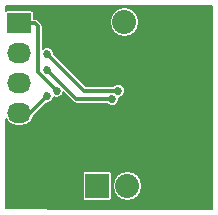
<source format=gbr>
G04 #@! TF.FileFunction,Copper,L2,Bot,Signal*
%FSLAX46Y46*%
G04 Gerber Fmt 4.6, Leading zero omitted, Abs format (unit mm)*
G04 Created by KiCad (PCBNEW 0.201506122246+5743~23~ubuntu14.10.1-product) date Sat 13 Jun 2015 11:54:28 PM EDT*
%MOMM*%
G01*
G04 APERTURE LIST*
%ADD10C,0.100000*%
%ADD11R,2.032000X2.032000*%
%ADD12O,2.032000X2.032000*%
%ADD13R,2.032000X1.727200*%
%ADD14O,2.032000X1.727200*%
%ADD15C,0.685800*%
%ADD16C,0.304800*%
%ADD17C,0.152400*%
G04 APERTURE END LIST*
D10*
D11*
X163068000Y-112623600D03*
D12*
X165608000Y-112623600D03*
D13*
X156718000Y-112712500D03*
D14*
X156718000Y-115252500D03*
X156718000Y-117792500D03*
X156718000Y-120332500D03*
D11*
X163322000Y-126492000D03*
D12*
X165862000Y-126492000D03*
D15*
X161163000Y-116141500D03*
X159893000Y-114744500D03*
X161163000Y-114871500D03*
X160337500Y-113474500D03*
X159067500Y-113665000D03*
X159702500Y-112141000D03*
X161036000Y-112204500D03*
X161290000Y-126555500D03*
X160972500Y-127889000D03*
X169799000Y-127952500D03*
X168338500Y-127063500D03*
X169545000Y-126428500D03*
X170688000Y-126682500D03*
X171386500Y-127889000D03*
X172148500Y-126809500D03*
X171831000Y-125603000D03*
X169926000Y-124841000D03*
X168402000Y-125412500D03*
X168211500Y-123825000D03*
X169037000Y-122555000D03*
X170497500Y-123380500D03*
X171894500Y-123761500D03*
X171894500Y-122237500D03*
X170243500Y-121666000D03*
X170053000Y-120269000D03*
X170180000Y-118935500D03*
X168719500Y-118364000D03*
X170053000Y-117475000D03*
X171704000Y-117919500D03*
X171704000Y-116522500D03*
X171704000Y-114871500D03*
X169799000Y-114427000D03*
X170180000Y-113220500D03*
X172275500Y-113411000D03*
X171450000Y-111887000D03*
X169418000Y-111823500D03*
X168084500Y-112776000D03*
X168148000Y-114427000D03*
X156083000Y-123380500D03*
X156591000Y-122364500D03*
X157988000Y-122491500D03*
X157353000Y-123825000D03*
X156210000Y-124587000D03*
X155956000Y-126555500D03*
X156972000Y-127571500D03*
X157416500Y-125412500D03*
X157988000Y-126619000D03*
X158242000Y-127952500D03*
X159702500Y-127762000D03*
X159258000Y-126111000D03*
X158432500Y-124460000D03*
X159321500Y-123444000D03*
X159956500Y-124460000D03*
X160718500Y-125476000D03*
X159893000Y-118427500D03*
X165100000Y-118427500D03*
X159067500Y-115316000D03*
X164592000Y-119126000D03*
X159067500Y-116649500D03*
X159067500Y-118872000D03*
D16*
X163068000Y-112623600D02*
X161455100Y-112623600D01*
X161163000Y-116014500D02*
X161163000Y-116141500D01*
X159893000Y-114744500D02*
X161163000Y-116014500D01*
X161163000Y-114300000D02*
X161163000Y-114871500D01*
X160337500Y-113474500D02*
X161163000Y-114300000D01*
X159067500Y-112776000D02*
X159067500Y-113665000D01*
X159702500Y-112141000D02*
X159067500Y-112776000D01*
X161455100Y-112623600D02*
X161036000Y-112204500D01*
X161290000Y-126555500D02*
X161290000Y-126047500D01*
X169735500Y-127889000D02*
X160972500Y-127889000D01*
X169799000Y-127952500D02*
X169735500Y-127889000D01*
X168910000Y-127063500D02*
X168338500Y-127063500D01*
X169545000Y-126428500D02*
X168910000Y-127063500D01*
X170688000Y-127190500D02*
X170688000Y-126682500D01*
X171386500Y-127889000D02*
X170688000Y-127190500D01*
X172148500Y-125920500D02*
X172148500Y-126809500D01*
X171831000Y-125603000D02*
X172148500Y-125920500D01*
X168973500Y-124841000D02*
X169926000Y-124841000D01*
X168402000Y-125412500D02*
X168973500Y-124841000D01*
X168211500Y-123380500D02*
X168211500Y-123825000D01*
X169037000Y-122555000D02*
X168211500Y-123380500D01*
X171513500Y-123380500D02*
X170497500Y-123380500D01*
X171894500Y-123761500D02*
X171513500Y-123380500D01*
X170815000Y-122237500D02*
X171894500Y-122237500D01*
X170243500Y-121666000D02*
X170815000Y-122237500D01*
X170053000Y-119062500D02*
X170053000Y-120269000D01*
X170180000Y-118935500D02*
X170053000Y-119062500D01*
X169164000Y-118364000D02*
X168719500Y-118364000D01*
X170053000Y-117475000D02*
X169164000Y-118364000D01*
X171704000Y-116522500D02*
X171704000Y-117919500D01*
X170243500Y-114871500D02*
X171704000Y-114871500D01*
X169799000Y-114427000D02*
X170243500Y-114871500D01*
X172085000Y-113220500D02*
X170180000Y-113220500D01*
X172275500Y-113411000D02*
X172085000Y-113220500D01*
X169481500Y-111887000D02*
X171450000Y-111887000D01*
X169418000Y-111823500D02*
X169481500Y-111887000D01*
X168084500Y-114363500D02*
X168084500Y-112776000D01*
X168148000Y-114427000D02*
X168084500Y-114363500D01*
X157861000Y-122364500D02*
X156591000Y-122364500D01*
X157988000Y-122491500D02*
X157861000Y-122364500D01*
X156972000Y-123825000D02*
X157353000Y-123825000D01*
X156210000Y-124587000D02*
X156972000Y-123825000D01*
X156972000Y-127571500D02*
X155956000Y-126555500D01*
X157416500Y-126047500D02*
X157416500Y-125412500D01*
X157988000Y-126619000D02*
X157416500Y-126047500D01*
X159512000Y-127952500D02*
X158242000Y-127952500D01*
X159702500Y-127762000D02*
X159512000Y-127952500D01*
X159258000Y-125285500D02*
X159258000Y-126111000D01*
X158432500Y-124460000D02*
X159258000Y-125285500D01*
X159321500Y-123825000D02*
X159321500Y-123444000D01*
X159956500Y-124460000D02*
X159321500Y-123825000D01*
X161290000Y-126047500D02*
X160718500Y-125476000D01*
X156718000Y-112712500D02*
X158051500Y-112712500D01*
X158305500Y-116840000D02*
X159893000Y-118427500D01*
X158305500Y-112966500D02*
X158305500Y-116840000D01*
X158051500Y-112712500D02*
X158305500Y-112966500D01*
X162179000Y-118427500D02*
X165100000Y-118427500D01*
X159067500Y-115316000D02*
X162179000Y-118427500D01*
X161544000Y-119126000D02*
X164592000Y-119126000D01*
X159067500Y-116649500D02*
X161544000Y-119126000D01*
X159067500Y-118872000D02*
X157607000Y-120332500D01*
X157607000Y-120332500D02*
X156718000Y-120332500D01*
D17*
G36*
X157967079Y-111848900D02*
X157967079Y-111848900D01*
X157950167Y-111761736D01*
X157899842Y-111685126D01*
X157823871Y-111633844D01*
X157734000Y-111615821D01*
X155702000Y-111615821D01*
X155614836Y-111632733D01*
X155599600Y-111642742D01*
X155599600Y-111354617D01*
X165608000Y-111354617D01*
X165131712Y-111449357D01*
X164727935Y-111719152D01*
X164458140Y-112122929D01*
X164363400Y-112599217D01*
X164363400Y-112647983D01*
X164458140Y-113124271D01*
X164727935Y-113528048D01*
X165131712Y-113797843D01*
X165608000Y-113892583D01*
X166084288Y-113797843D01*
X166488065Y-113528048D01*
X166757860Y-113124271D01*
X166852600Y-112647983D01*
X166852600Y-112599217D01*
X166757860Y-112122929D01*
X166488065Y-111719152D01*
X166084288Y-111449357D01*
X165608000Y-111354617D01*
X155599600Y-111354617D01*
X155599600Y-111213100D01*
X173012900Y-111213100D01*
X173012900Y-128435900D01*
X162596947Y-128435900D01*
X155599600Y-128386274D01*
X155599600Y-125242921D01*
X162306000Y-125242921D01*
X162218836Y-125259833D01*
X162142226Y-125310158D01*
X162090944Y-125386129D01*
X162072921Y-125476000D01*
X162072921Y-127508000D01*
X162089833Y-127595164D01*
X162140158Y-127671774D01*
X162216129Y-127723056D01*
X162306000Y-127741079D01*
X164338000Y-127741079D01*
X164425164Y-127724167D01*
X164501774Y-127673842D01*
X164553056Y-127597871D01*
X164571079Y-127508000D01*
X164571079Y-125476000D01*
X164554167Y-125388836D01*
X164503842Y-125312226D01*
X164427871Y-125260944D01*
X164338000Y-125242921D01*
X162306000Y-125242921D01*
X155599600Y-125242921D01*
X155599600Y-125223017D01*
X165862000Y-125223017D01*
X165385712Y-125317757D01*
X164981935Y-125587552D01*
X164712140Y-125991329D01*
X164617400Y-126467617D01*
X164617400Y-126516383D01*
X164712140Y-126992671D01*
X164981935Y-127396448D01*
X165385712Y-127666243D01*
X165862000Y-127760983D01*
X166338288Y-127666243D01*
X166742065Y-127396448D01*
X167011860Y-126992671D01*
X167106600Y-126516383D01*
X167106600Y-126467617D01*
X167011860Y-125991329D01*
X166742065Y-125587552D01*
X166338288Y-125317757D01*
X165862000Y-125223017D01*
X155599600Y-125223017D01*
X155599600Y-120851404D01*
X155768915Y-121104802D01*
X156123250Y-121341561D01*
X156541217Y-121424700D01*
X156894783Y-121424700D01*
X157312750Y-121341561D01*
X157667085Y-121104802D01*
X157903844Y-120750467D01*
X157947544Y-120530772D01*
X159034845Y-119443471D01*
X159180680Y-119443599D01*
X159390806Y-119356776D01*
X159551711Y-119196151D01*
X159638900Y-118986177D01*
X159638940Y-118940815D01*
X159778823Y-118998900D01*
X160006180Y-118999099D01*
X160216306Y-118912276D01*
X160377211Y-118751651D01*
X160451625Y-118572441D01*
X161274592Y-119395408D01*
X161398197Y-119477998D01*
X161544000Y-119507001D01*
X161544005Y-119507000D01*
X164164818Y-119507000D01*
X164267849Y-119610211D01*
X164477823Y-119697400D01*
X164705180Y-119697599D01*
X164915306Y-119610776D01*
X165076211Y-119450151D01*
X165163400Y-119240177D01*
X165163599Y-119012820D01*
X165157910Y-118999051D01*
X165213180Y-118999099D01*
X165423306Y-118912276D01*
X165584211Y-118751651D01*
X165671400Y-118541677D01*
X165671599Y-118314320D01*
X165584776Y-118104194D01*
X165424151Y-117943289D01*
X165214177Y-117856100D01*
X164986820Y-117855901D01*
X164776694Y-117942724D01*
X164672737Y-118046500D01*
X162336815Y-118046500D01*
X159638971Y-115348655D01*
X159639099Y-115202820D01*
X159552276Y-114992694D01*
X159391651Y-114831789D01*
X159181677Y-114744600D01*
X158954320Y-114744401D01*
X158744194Y-114831224D01*
X158686500Y-114888818D01*
X158686500Y-112966500D01*
X158657498Y-112820698D01*
X158657498Y-112820697D01*
X158574908Y-112697092D01*
X158320908Y-112443092D01*
X158197303Y-112360502D01*
X158051500Y-112331500D01*
X157967079Y-112331500D01*
X157967079Y-111848900D01*
X157967079Y-111848900D01*
G37*
X157967079Y-111848900D02*
X157967079Y-111848900D01*
X157950167Y-111761736D01*
X157899842Y-111685126D01*
X157823871Y-111633844D01*
X157734000Y-111615821D01*
X155702000Y-111615821D01*
X155614836Y-111632733D01*
X155599600Y-111642742D01*
X155599600Y-111354617D01*
X165608000Y-111354617D01*
X165131712Y-111449357D01*
X164727935Y-111719152D01*
X164458140Y-112122929D01*
X164363400Y-112599217D01*
X164363400Y-112647983D01*
X164458140Y-113124271D01*
X164727935Y-113528048D01*
X165131712Y-113797843D01*
X165608000Y-113892583D01*
X166084288Y-113797843D01*
X166488065Y-113528048D01*
X166757860Y-113124271D01*
X166852600Y-112647983D01*
X166852600Y-112599217D01*
X166757860Y-112122929D01*
X166488065Y-111719152D01*
X166084288Y-111449357D01*
X165608000Y-111354617D01*
X155599600Y-111354617D01*
X155599600Y-111213100D01*
X173012900Y-111213100D01*
X173012900Y-128435900D01*
X162596947Y-128435900D01*
X155599600Y-128386274D01*
X155599600Y-125242921D01*
X162306000Y-125242921D01*
X162218836Y-125259833D01*
X162142226Y-125310158D01*
X162090944Y-125386129D01*
X162072921Y-125476000D01*
X162072921Y-127508000D01*
X162089833Y-127595164D01*
X162140158Y-127671774D01*
X162216129Y-127723056D01*
X162306000Y-127741079D01*
X164338000Y-127741079D01*
X164425164Y-127724167D01*
X164501774Y-127673842D01*
X164553056Y-127597871D01*
X164571079Y-127508000D01*
X164571079Y-125476000D01*
X164554167Y-125388836D01*
X164503842Y-125312226D01*
X164427871Y-125260944D01*
X164338000Y-125242921D01*
X162306000Y-125242921D01*
X155599600Y-125242921D01*
X155599600Y-125223017D01*
X165862000Y-125223017D01*
X165385712Y-125317757D01*
X164981935Y-125587552D01*
X164712140Y-125991329D01*
X164617400Y-126467617D01*
X164617400Y-126516383D01*
X164712140Y-126992671D01*
X164981935Y-127396448D01*
X165385712Y-127666243D01*
X165862000Y-127760983D01*
X166338288Y-127666243D01*
X166742065Y-127396448D01*
X167011860Y-126992671D01*
X167106600Y-126516383D01*
X167106600Y-126467617D01*
X167011860Y-125991329D01*
X166742065Y-125587552D01*
X166338288Y-125317757D01*
X165862000Y-125223017D01*
X155599600Y-125223017D01*
X155599600Y-120851404D01*
X155768915Y-121104802D01*
X156123250Y-121341561D01*
X156541217Y-121424700D01*
X156894783Y-121424700D01*
X157312750Y-121341561D01*
X157667085Y-121104802D01*
X157903844Y-120750467D01*
X157947544Y-120530772D01*
X159034845Y-119443471D01*
X159180680Y-119443599D01*
X159390806Y-119356776D01*
X159551711Y-119196151D01*
X159638900Y-118986177D01*
X159638940Y-118940815D01*
X159778823Y-118998900D01*
X160006180Y-118999099D01*
X160216306Y-118912276D01*
X160377211Y-118751651D01*
X160451625Y-118572441D01*
X161274592Y-119395408D01*
X161398197Y-119477998D01*
X161544000Y-119507001D01*
X161544005Y-119507000D01*
X164164818Y-119507000D01*
X164267849Y-119610211D01*
X164477823Y-119697400D01*
X164705180Y-119697599D01*
X164915306Y-119610776D01*
X165076211Y-119450151D01*
X165163400Y-119240177D01*
X165163599Y-119012820D01*
X165157910Y-118999051D01*
X165213180Y-118999099D01*
X165423306Y-118912276D01*
X165584211Y-118751651D01*
X165671400Y-118541677D01*
X165671599Y-118314320D01*
X165584776Y-118104194D01*
X165424151Y-117943289D01*
X165214177Y-117856100D01*
X164986820Y-117855901D01*
X164776694Y-117942724D01*
X164672737Y-118046500D01*
X162336815Y-118046500D01*
X159638971Y-115348655D01*
X159639099Y-115202820D01*
X159552276Y-114992694D01*
X159391651Y-114831789D01*
X159181677Y-114744600D01*
X158954320Y-114744401D01*
X158744194Y-114831224D01*
X158686500Y-114888818D01*
X158686500Y-112966500D01*
X158657498Y-112820698D01*
X158657498Y-112820697D01*
X158574908Y-112697092D01*
X158320908Y-112443092D01*
X158197303Y-112360502D01*
X158051500Y-112331500D01*
X157967079Y-112331500D01*
X157967079Y-111848900D01*
M02*

</source>
